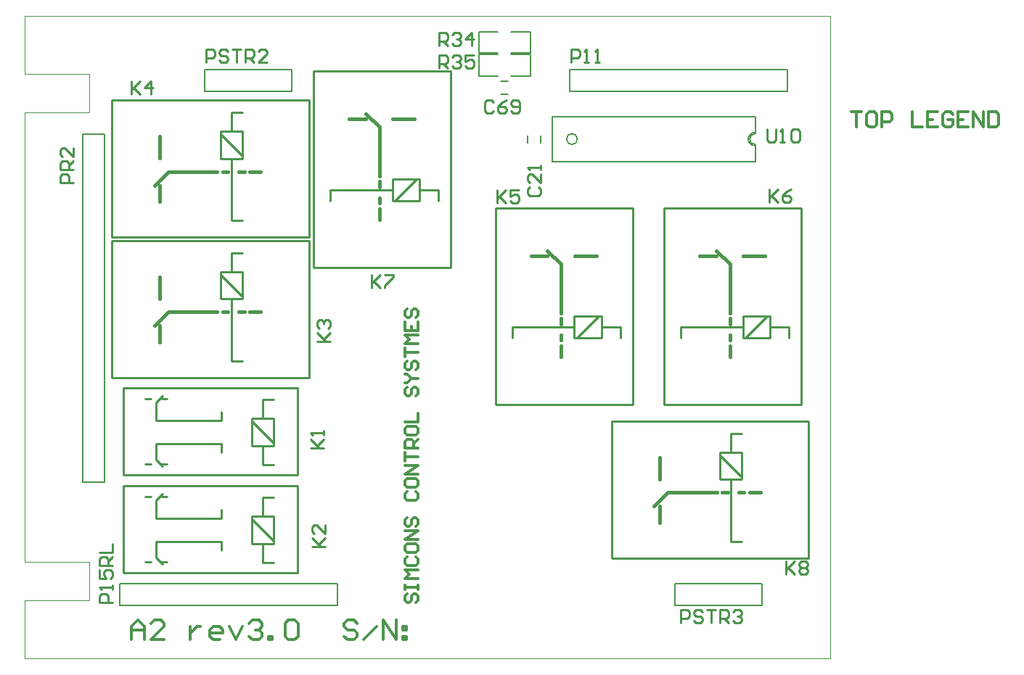
<source format=gto>
%FSLAX25Y25*%
%MOIN*%
G70*
G01*
G75*
G04 Layer_Color=65535*
%ADD10C,0.03200*%
%ADD11C,0.02400*%
%ADD12R,0.06693X0.06693*%
%ADD13R,0.06693X0.06693*%
%ADD14C,0.00400*%
%ADD15C,0.01200*%
%ADD16R,0.07500X0.09000*%
%ADD17O,0.07500X0.09000*%
%ADD18O,0.07500X0.09000*%
%ADD19R,0.07500X0.09000*%
%ADD20O,0.09000X0.07500*%
%ADD21R,0.09000X0.07500*%
%ADD22R,0.10500X0.10500*%
%ADD23C,0.10500*%
%ADD24R,0.10500X0.10500*%
%ADD25C,0.10000*%
%ADD26C,0.09000*%
%ADD27C,0.07500*%
%ADD28C,0.06000*%
%ADD29C,0.04000*%
%ADD30R,0.06693X0.05118*%
%ADD31R,0.05118X0.06693*%
%ADD32C,0.01400*%
%ADD33C,0.00600*%
%ADD34C,0.00800*%
%ADD35C,0.00787*%
%ADD36C,0.01600*%
%ADD37C,0.01000*%
D14*
X393701Y393701D02*
Y420276D01*
X423228D01*
Y437992D01*
X393701D02*
X423228D01*
X393701D02*
Y644685D01*
X423228D01*
Y662402D01*
X393701D02*
X423228D01*
X393701D02*
Y688976D01*
X763780D01*
X763780Y688976D01*
Y393701D02*
Y688976D01*
X393701Y393701D02*
X763780D01*
D15*
X442700Y402400D02*
Y408398D01*
X445699Y411397D01*
X448698Y408398D01*
Y402400D01*
Y406898D01*
X442700D01*
X457695Y402400D02*
X451697D01*
X457695Y408398D01*
Y409898D01*
X456196Y411397D01*
X453197D01*
X451697Y409898D01*
X469691Y408398D02*
Y402400D01*
Y405399D01*
X471191Y406898D01*
X472690Y408398D01*
X474190D01*
X483187Y402400D02*
X480188D01*
X478688Y403899D01*
Y406898D01*
X480188Y408398D01*
X483187D01*
X484686Y406898D01*
Y405399D01*
X478688D01*
X487685Y408398D02*
X490685Y402400D01*
X493683Y408398D01*
X496683Y409898D02*
X498182Y411397D01*
X501181D01*
X502681Y409898D01*
Y408398D01*
X501181Y406898D01*
X499682D01*
X501181D01*
X502681Y405399D01*
Y403899D01*
X501181Y402400D01*
X498182D01*
X496683Y403899D01*
X505680Y402400D02*
Y403899D01*
X507179D01*
Y402400D01*
X505680D01*
X513177Y409898D02*
X514677Y411397D01*
X517676D01*
X519175Y409898D01*
Y403899D01*
X517676Y402400D01*
X514677D01*
X513177Y403899D01*
Y409898D01*
X569402Y423499D02*
X568402Y422499D01*
Y420500D01*
X569402Y419500D01*
X570401D01*
X571401Y420500D01*
Y422499D01*
X572401Y423499D01*
X573400D01*
X574400Y422499D01*
Y420500D01*
X573400Y419500D01*
X568402Y425498D02*
Y427497D01*
Y426498D01*
X574400D01*
Y425498D01*
Y427497D01*
Y430496D02*
X568402D01*
X570401Y432496D01*
X568402Y434495D01*
X574400D01*
X569402Y440493D02*
X568402Y439494D01*
Y437494D01*
X569402Y436494D01*
X573400D01*
X574400Y437494D01*
Y439494D01*
X573400Y440493D01*
X568402Y445492D02*
Y443492D01*
X569402Y442493D01*
X573400D01*
X574400Y443492D01*
Y445492D01*
X573400Y446491D01*
X569402D01*
X568402Y445492D01*
X574400Y448491D02*
X568402D01*
X574400Y452489D01*
X568402D01*
X569402Y458487D02*
X568402Y457488D01*
Y455488D01*
X569402Y454489D01*
X570401D01*
X571401Y455488D01*
Y457488D01*
X572401Y458487D01*
X573400D01*
X574400Y457488D01*
Y455488D01*
X573400Y454489D01*
X569402Y470483D02*
X568402Y469484D01*
Y467485D01*
X569402Y466485D01*
X573400D01*
X574400Y467485D01*
Y469484D01*
X573400Y470483D01*
X568402Y475482D02*
Y473483D01*
X569402Y472483D01*
X573400D01*
X574400Y473483D01*
Y475482D01*
X573400Y476482D01*
X569402D01*
X568402Y475482D01*
X574400Y478481D02*
X568402D01*
X574400Y482480D01*
X568402D01*
Y484479D02*
Y488478D01*
Y486478D01*
X574400D01*
Y490477D02*
X568402D01*
Y493476D01*
X569402Y494476D01*
X571401D01*
X572401Y493476D01*
Y490477D01*
Y492476D02*
X574400Y494476D01*
X568402Y499474D02*
Y497475D01*
X569402Y496475D01*
X573400D01*
X574400Y497475D01*
Y499474D01*
X573400Y500474D01*
X569402D01*
X568402Y499474D01*
Y502473D02*
X574400D01*
Y506472D01*
X569402Y518468D02*
X568402Y517468D01*
Y515469D01*
X569402Y514469D01*
X570401D01*
X571401Y515469D01*
Y517468D01*
X572401Y518468D01*
X573400D01*
X574400Y517468D01*
Y515469D01*
X573400Y514469D01*
X568402Y520467D02*
X569402D01*
X571401Y522467D01*
X569402Y524466D01*
X568402D01*
X571401Y522467D02*
X574400D01*
X569402Y530464D02*
X568402Y529464D01*
Y527465D01*
X569402Y526465D01*
X570401D01*
X571401Y527465D01*
Y529464D01*
X572401Y530464D01*
X573400D01*
X574400Y529464D01*
Y527465D01*
X573400Y526465D01*
X568402Y532464D02*
Y536462D01*
Y534463D01*
X574400D01*
Y538461D02*
X568402D01*
X570401Y540461D01*
X568402Y542460D01*
X574400D01*
X568402Y548458D02*
Y544460D01*
X574400D01*
Y548458D01*
X571401Y544460D02*
Y546459D01*
X569402Y554456D02*
X568402Y553457D01*
Y551457D01*
X569402Y550458D01*
X570401D01*
X571401Y551457D01*
Y553457D01*
X572401Y554456D01*
X573400D01*
X574400Y553457D01*
Y551457D01*
X573400Y550458D01*
X546398Y409898D02*
X544899Y411397D01*
X541899D01*
X540400Y409898D01*
Y408398D01*
X541899Y406898D01*
X544899D01*
X546398Y405399D01*
Y403899D01*
X544899Y402400D01*
X541899D01*
X540400Y403899D01*
X549397Y402400D02*
X555395Y408398D01*
X558394Y402400D02*
Y411397D01*
X564392Y402400D01*
Y411397D01*
X567391Y408398D02*
X568891D01*
Y406898D01*
X567391D01*
Y408398D01*
Y403899D02*
X568891D01*
Y402400D01*
X567391D01*
Y403899D01*
X773404Y644951D02*
X778069D01*
X775737D01*
Y637953D01*
X783901Y644951D02*
X781568D01*
X780402Y643785D01*
Y639119D01*
X781568Y637953D01*
X783901D01*
X785067Y639119D01*
Y643785D01*
X783901Y644951D01*
X787399Y637953D02*
Y644951D01*
X790898D01*
X792065Y643785D01*
Y641452D01*
X790898Y640286D01*
X787399D01*
X801395Y644951D02*
Y637953D01*
X806060D01*
X813058Y644951D02*
X808393D01*
Y637953D01*
X813058D01*
X808393Y641452D02*
X810725D01*
X820055Y643785D02*
X818889Y644951D01*
X816557D01*
X815390Y643785D01*
Y639119D01*
X816557Y637953D01*
X818889D01*
X820055Y639119D01*
Y641452D01*
X817723D01*
X827053Y644951D02*
X822388D01*
Y637953D01*
X827053D01*
X822388Y641452D02*
X824721D01*
X829386Y637953D02*
Y644951D01*
X834051Y637953D01*
Y644951D01*
X836384D02*
Y637953D01*
X839882D01*
X841049Y639119D01*
Y643785D01*
X839882Y644951D01*
X836384D01*
D33*
X647500Y632500D02*
G03*
X647500Y632500I-2500J0D01*
G01*
D34*
X729153Y635500D02*
G03*
X729153Y629500I-150J-3000D01*
G01*
X625811Y672079D02*
Y681921D01*
X602189Y672079D02*
Y681921D01*
X611047D01*
X616953D02*
X625811D01*
X602189Y672079D02*
X611047D01*
X616953D02*
X625811D01*
X602189Y661579D02*
Y671421D01*
X625811Y661579D02*
Y671421D01*
X616953Y661579D02*
X625811D01*
X602189D02*
X611047D01*
X616953Y671421D02*
X625811D01*
X602189D02*
X611047D01*
X624500Y630750D02*
Y634250D01*
X630500Y630750D02*
Y634250D01*
X612250Y659000D02*
X615750D01*
X612250Y653000D02*
X615750D01*
D35*
X729153Y635000D02*
G03*
X729153Y630000I0J-2500D01*
G01*
X729153Y635000D02*
Y642933D01*
Y622067D02*
Y630000D01*
X635846Y622067D02*
Y642933D01*
X729153D01*
X635846Y622067D02*
X729153D01*
X476339Y654449D02*
Y664449D01*
X516339D01*
X476339Y654449D02*
X516339D01*
Y664449D01*
X732323Y418228D02*
Y428228D01*
X692323Y418228D02*
X732323D01*
X692323Y428228D02*
X732323D01*
X692323Y418228D02*
Y428228D01*
X743976Y654449D02*
Y664449D01*
X643976Y654449D02*
X743976D01*
X643976D02*
Y664449D01*
X651476D01*
X743976D01*
X537205Y418228D02*
Y428228D01*
X437205Y418228D02*
X537205D01*
X437205D02*
Y428228D01*
X444705D01*
X537205D01*
X420197Y474921D02*
X430197D01*
Y627421D01*
Y634921D01*
X420197D02*
X430197D01*
X420197Y474921D02*
Y634921D01*
D36*
X682750Y463750D02*
X689000Y470000D01*
X690250D01*
X685250Y476250D02*
Y486250D01*
Y456250D02*
Y463750D01*
X690250Y470000D02*
X699000D01*
X711500D01*
X714000D02*
X716500D01*
X721500D02*
X724000D01*
X726500D02*
X731500D01*
X497000Y617500D02*
X502000D01*
X492000D02*
X494500D01*
X484500D02*
X487000D01*
X469500D02*
X482000D01*
X460750D02*
X469500D01*
X455750Y603750D02*
Y611250D01*
Y623750D02*
Y633750D01*
X459500Y617500D02*
X460750D01*
X453250Y611250D02*
X459500Y617500D01*
X453250Y546750D02*
X459500Y553000D01*
X460750D01*
X455750Y559250D02*
Y569250D01*
Y539250D02*
Y546750D01*
X460750Y553000D02*
X469500D01*
X482000D01*
X484500D02*
X487000D01*
X492000D02*
X494500D01*
X497000D02*
X502000D01*
X717500Y532500D02*
Y537500D01*
Y540000D02*
Y542500D01*
Y547500D02*
Y550000D01*
Y552500D02*
Y565000D01*
Y573750D01*
X703750Y578750D02*
X711250D01*
X723750D02*
X733750D01*
X717500Y573750D02*
Y575000D01*
X711250Y581250D02*
X717500Y575000D01*
X550250Y644250D02*
X556500Y638000D01*
Y636750D02*
Y638000D01*
X562750Y641750D02*
X572750D01*
X542750D02*
X550250D01*
X556500Y628000D02*
Y636750D01*
Y615500D02*
Y628000D01*
Y610500D02*
Y613000D01*
Y603000D02*
Y605500D01*
Y595500D02*
Y600500D01*
X640000Y532500D02*
Y537500D01*
Y540000D02*
Y542500D01*
Y547500D02*
Y550000D01*
Y552500D02*
Y565000D01*
Y573750D01*
X626250Y578750D02*
X633750D01*
X646250D02*
X656250D01*
X640000Y573750D02*
Y575000D01*
X633750Y581250D02*
X640000Y575000D01*
D37*
X713000Y487250D02*
X723000Y477250D01*
X713000Y487250D02*
Y488500D01*
X718000Y447500D02*
X723000D01*
X718000D02*
Y476000D01*
Y497250D02*
X723000D01*
X718000Y488500D02*
Y497250D01*
X713000Y476000D02*
Y488500D01*
Y476000D02*
X723000D01*
Y488500D01*
X713000D02*
X723000D01*
X663134Y502874D02*
X753685D01*
X663134Y439882D02*
X753685D01*
X663134D02*
Y502874D01*
X753685Y439882D02*
Y502874D01*
X524185Y587382D02*
Y650374D01*
X433634Y587382D02*
Y650374D01*
Y587382D02*
X524185D01*
X433634Y650374D02*
X524185D01*
X483500Y636000D02*
X493500D01*
Y623500D02*
Y636000D01*
X483500Y623500D02*
X493500D01*
X483500D02*
Y636000D01*
X488500D02*
Y644750D01*
X493500D01*
X488500Y595000D02*
Y623500D01*
Y595000D02*
X493500D01*
X483500Y634750D02*
Y636000D01*
Y634750D02*
X493500Y624750D01*
X483500Y570250D02*
X493500Y560250D01*
X483500Y570250D02*
Y571500D01*
X488500Y530500D02*
X493500D01*
X488500D02*
Y559000D01*
Y580250D02*
X493500D01*
X488500Y571500D02*
Y580250D01*
X483500Y559000D02*
Y571500D01*
Y559000D02*
X493500D01*
Y571500D01*
X483500D02*
X493500D01*
X433634Y585874D02*
X524185D01*
X433634Y522882D02*
X524185D01*
X433634D02*
Y585874D01*
X524185Y522882D02*
Y585874D01*
X687382Y510315D02*
X750374D01*
X687382Y600866D02*
X750374D01*
X687382Y510315D02*
Y600866D01*
X750374Y510315D02*
Y600866D01*
X736000Y541000D02*
Y551000D01*
X723500Y541000D02*
X736000D01*
X723500D02*
Y551000D01*
X736000D01*
Y546000D02*
X744750D01*
Y541000D02*
Y546000D01*
X695000D02*
X723500D01*
X695000Y541000D02*
Y546000D01*
X734750Y551000D02*
X736000D01*
X724750Y541000D02*
X734750Y551000D01*
X563750Y604000D02*
X573750Y614000D01*
X575000D01*
X534000Y604000D02*
Y609000D01*
X562500D01*
X583750Y604000D02*
Y609000D01*
X575000D02*
X583750D01*
X562500Y614000D02*
X575000D01*
X562500Y604000D02*
Y614000D01*
Y604000D02*
X575000D01*
Y614000D01*
X589374Y573315D02*
Y663866D01*
X526382Y573315D02*
Y663866D01*
X589374D01*
X526382Y573315D02*
X589374D01*
X609882Y510315D02*
X672874D01*
X609882Y600866D02*
X672874D01*
X609882Y510315D02*
Y600866D01*
X672874Y510315D02*
Y600866D01*
X658500Y541000D02*
Y551000D01*
X646000Y541000D02*
X658500D01*
X646000D02*
Y551000D01*
X658500D01*
Y546000D02*
X667250D01*
Y541000D02*
Y546000D01*
X617500D02*
X646000D01*
X617500Y541000D02*
Y546000D01*
X657250Y551000D02*
X658500D01*
X647250Y541000D02*
X657250Y551000D01*
X498000Y457750D02*
X508000Y447750D01*
X498000Y457750D02*
Y459000D01*
X503000Y437750D02*
X508000D01*
X503000D02*
Y446500D01*
Y467750D02*
X508000D01*
X503000Y459000D02*
Y467750D01*
X498000Y446500D02*
Y459000D01*
Y446500D02*
X508000D01*
Y459000D01*
X498000D02*
X508000D01*
X454000Y466500D02*
X457000Y469500D01*
X454000Y465500D02*
Y466500D01*
Y458000D02*
Y465500D01*
Y458000D02*
X484000D01*
Y462000D01*
X454000Y440000D02*
X457000Y437000D01*
X454000Y440000D02*
Y447500D01*
X484000D01*
Y443500D02*
Y447500D01*
X449000Y468000D02*
X451500D01*
X456500D02*
X459000D01*
X449000Y438000D02*
X451500D01*
X456500D02*
X459000D01*
X439000Y433000D02*
X519000D01*
X439000D02*
Y473000D01*
X519000D01*
Y433000D02*
Y473000D01*
X498000Y502750D02*
X508000Y492750D01*
X498000Y502750D02*
Y504000D01*
X503000Y482750D02*
X508000D01*
X503000D02*
Y491500D01*
Y512750D02*
X508000D01*
X503000Y504000D02*
Y512750D01*
X498000Y491500D02*
Y504000D01*
Y491500D02*
X508000D01*
Y504000D01*
X498000D02*
X508000D01*
X454000Y511500D02*
X457000Y514500D01*
X454000Y510500D02*
Y511500D01*
Y503000D02*
Y510500D01*
Y503000D02*
X484000D01*
Y507000D01*
X454000Y485000D02*
X457000Y482000D01*
X454000Y485000D02*
Y492500D01*
X484000D01*
Y488500D02*
Y492500D01*
X449000Y513000D02*
X451500D01*
X456500D02*
X459000D01*
X449000Y483000D02*
X451500D01*
X456500D02*
X459000D01*
X439000Y478000D02*
X519000D01*
X439000D02*
Y518000D01*
X519000D01*
Y478000D02*
Y518000D01*
X608999Y649498D02*
X607999Y650498D01*
X606000D01*
X605000Y649498D01*
Y645500D01*
X606000Y644500D01*
X607999D01*
X608999Y645500D01*
X614997Y650498D02*
X612997Y649498D01*
X610998Y647499D01*
Y645500D01*
X611998Y644500D01*
X613997D01*
X614997Y645500D01*
Y646499D01*
X613997Y647499D01*
X610998D01*
X616996Y645500D02*
X617996Y644500D01*
X619995D01*
X620995Y645500D01*
Y649498D01*
X619995Y650498D01*
X617996D01*
X616996Y649498D01*
Y648499D01*
X617996Y647499D01*
X620995D01*
X434000Y419400D02*
X428002D01*
Y422399D01*
X429002Y423399D01*
X431001D01*
X432001Y422399D01*
Y419400D01*
X434000Y425398D02*
Y427397D01*
Y426398D01*
X428002D01*
X429002Y425398D01*
X428002Y434395D02*
Y430396D01*
X431001D01*
X430001Y432396D01*
Y433395D01*
X431001Y434395D01*
X433000D01*
X434000Y433395D01*
Y431396D01*
X433000Y430396D01*
X434000Y436395D02*
X428002D01*
Y439394D01*
X429002Y440393D01*
X431001D01*
X432001Y439394D01*
Y436395D01*
Y438394D02*
X434000Y440393D01*
X428002Y442393D02*
X434000D01*
Y446391D01*
X584000Y665000D02*
Y670998D01*
X586999D01*
X587999Y669998D01*
Y667999D01*
X586999Y666999D01*
X584000D01*
X585999D02*
X587999Y665000D01*
X589998Y669998D02*
X590998Y670998D01*
X592997D01*
X593997Y669998D01*
Y668999D01*
X592997Y667999D01*
X591997D01*
X592997D01*
X593997Y666999D01*
Y666000D01*
X592997Y665000D01*
X590998D01*
X589998Y666000D01*
X599995Y670998D02*
X595996D01*
Y667999D01*
X597996Y668999D01*
X598995D01*
X599995Y667999D01*
Y666000D01*
X598995Y665000D01*
X596996D01*
X595996Y666000D01*
X584000Y675500D02*
Y681498D01*
X586999D01*
X587999Y680498D01*
Y678499D01*
X586999Y677499D01*
X584000D01*
X585999D02*
X587999Y675500D01*
X589998Y680498D02*
X590998Y681498D01*
X592997D01*
X593997Y680498D01*
Y679499D01*
X592997Y678499D01*
X591997D01*
X592997D01*
X593997Y677499D01*
Y676500D01*
X592997Y675500D01*
X590998D01*
X589998Y676500D01*
X598995Y675500D02*
Y681498D01*
X595996Y678499D01*
X599995D01*
X625502Y610499D02*
X624502Y609499D01*
Y607500D01*
X625502Y606500D01*
X629500D01*
X630500Y607500D01*
Y609499D01*
X629500Y610499D01*
X630500Y616497D02*
Y612498D01*
X626501Y616497D01*
X625502D01*
X624502Y615497D01*
Y613498D01*
X625502Y612498D01*
X630500Y618496D02*
Y620496D01*
Y619496D01*
X624502D01*
X625502Y618496D01*
X734500Y636998D02*
Y632000D01*
X735500Y631000D01*
X737499D01*
X738499Y632000D01*
Y636998D01*
X740498Y631000D02*
X742497D01*
X741498D01*
Y636998D01*
X740498Y635998D01*
X745496D02*
X746496Y636998D01*
X748495D01*
X749495Y635998D01*
Y632000D01*
X748495Y631000D01*
X746496D01*
X745496Y632000D01*
Y635998D01*
X695000Y410000D02*
Y415998D01*
X697999D01*
X698999Y414998D01*
Y412999D01*
X697999Y411999D01*
X695000D01*
X704997Y414998D02*
X703997Y415998D01*
X701998D01*
X700998Y414998D01*
Y413999D01*
X701998Y412999D01*
X703997D01*
X704997Y411999D01*
Y411000D01*
X703997Y410000D01*
X701998D01*
X700998Y411000D01*
X706996Y415998D02*
X710995D01*
X708995D01*
Y410000D01*
X712994D02*
Y415998D01*
X715993D01*
X716993Y414998D01*
Y412999D01*
X715993Y411999D01*
X712994D01*
X714993D02*
X716993Y410000D01*
X718992Y414998D02*
X719992Y415998D01*
X721991D01*
X722991Y414998D01*
Y413999D01*
X721991Y412999D01*
X720992D01*
X721991D01*
X722991Y411999D01*
Y411000D01*
X721991Y410000D01*
X719992D01*
X718992Y411000D01*
X476900Y667800D02*
Y673798D01*
X479899D01*
X480899Y672798D01*
Y670799D01*
X479899Y669799D01*
X476900D01*
X486897Y672798D02*
X485897Y673798D01*
X483898D01*
X482898Y672798D01*
Y671799D01*
X483898Y670799D01*
X485897D01*
X486897Y669799D01*
Y668800D01*
X485897Y667800D01*
X483898D01*
X482898Y668800D01*
X488896Y673798D02*
X492895D01*
X490896D01*
Y667800D01*
X494894D02*
Y673798D01*
X497893D01*
X498893Y672798D01*
Y670799D01*
X497893Y669799D01*
X494894D01*
X496894D02*
X498893Y667800D01*
X504891D02*
X500892D01*
X504891Y671799D01*
Y672798D01*
X503891Y673798D01*
X501892D01*
X500892Y672798D01*
X416000Y612500D02*
X410002D01*
Y615499D01*
X411002Y616499D01*
X413001D01*
X414001Y615499D01*
Y612500D01*
X416000Y618498D02*
X410002D01*
Y621497D01*
X411002Y622497D01*
X413001D01*
X414001Y621497D01*
Y618498D01*
Y620497D02*
X416000Y622497D01*
Y628495D02*
Y624496D01*
X412001Y628495D01*
X411002D01*
X410002Y627495D01*
Y625496D01*
X411002Y624496D01*
X644600Y667800D02*
Y673798D01*
X647599D01*
X648599Y672798D01*
Y670799D01*
X647599Y669799D01*
X644600D01*
X650598Y667800D02*
X652597D01*
X651598D01*
Y673798D01*
X650598Y672798D01*
X655596Y667800D02*
X657596D01*
X656596D01*
Y673798D01*
X655596Y672798D01*
X610600Y609098D02*
Y603100D01*
Y605099D01*
X614599Y609098D01*
X611600Y606099D01*
X614599Y603100D01*
X620597Y609098D02*
X616598D01*
Y606099D01*
X618597Y607099D01*
X619597D01*
X620597Y606099D01*
Y604100D01*
X619597Y603100D01*
X617598D01*
X616598Y604100D01*
X553000Y569998D02*
Y564000D01*
Y565999D01*
X556999Y569998D01*
X554000Y566999D01*
X556999Y564000D01*
X558998Y569998D02*
X562997D01*
Y568998D01*
X558998Y565000D01*
Y564000D01*
X735500Y609498D02*
Y603500D01*
Y605499D01*
X739499Y609498D01*
X736500Y606499D01*
X739499Y603500D01*
X745497Y609498D02*
X743497Y608498D01*
X741498Y606499D01*
Y604500D01*
X742498Y603500D01*
X744497D01*
X745497Y604500D01*
Y605499D01*
X744497Y606499D01*
X741498D01*
X528002Y539500D02*
X534000D01*
X532001D01*
X528002Y543499D01*
X531001Y540500D01*
X534000Y543499D01*
X529002Y545498D02*
X528002Y546498D01*
Y548497D01*
X529002Y549497D01*
X530001D01*
X531001Y548497D01*
Y547497D01*
Y548497D01*
X532001Y549497D01*
X533000D01*
X534000Y548497D01*
Y546498D01*
X533000Y545498D01*
X442500Y658998D02*
Y653000D01*
Y654999D01*
X446499Y658998D01*
X443500Y655999D01*
X446499Y653000D01*
X451497D02*
Y658998D01*
X448498Y655999D01*
X452497D01*
X743200Y438498D02*
Y432500D01*
Y434499D01*
X747199Y438498D01*
X744200Y435499D01*
X747199Y432500D01*
X749198Y437498D02*
X750198Y438498D01*
X752197D01*
X753197Y437498D01*
Y436499D01*
X752197Y435499D01*
X753197Y434499D01*
Y433500D01*
X752197Y432500D01*
X750198D01*
X749198Y433500D01*
Y434499D01*
X750198Y435499D01*
X749198Y436499D01*
Y437498D01*
X750198Y435499D02*
X752197D01*
X525002Y490500D02*
X531000D01*
X529001D01*
X525002Y494499D01*
X528001Y491500D01*
X531000Y494499D01*
Y496498D02*
Y498497D01*
Y497498D01*
X525002D01*
X526002Y496498D01*
X525502Y445000D02*
X531500D01*
X529501D01*
X525502Y448999D01*
X528501Y446000D01*
X531500Y448999D01*
Y454997D02*
Y450998D01*
X527501Y454997D01*
X526502D01*
X525502Y453997D01*
Y451998D01*
X526502Y450998D01*
M02*

</source>
